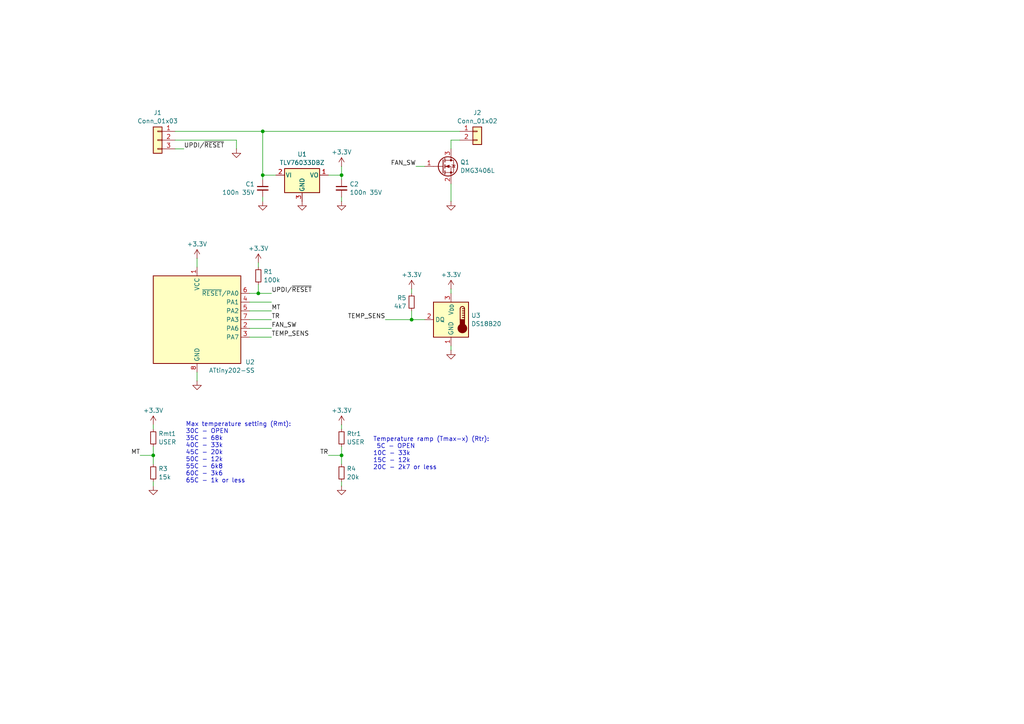
<source format=kicad_sch>
(kicad_sch (version 20231120) (generator "eeschema") (generator_version "8.0")
  (paper "A4")
  (lib_symbols
    (symbol "Connector_Generic:Conn_01x02" (pin_names (offset 1.016) hide)
      (property "Reference" "J" (at 0 2.54 0))
      (property "Value" "Conn_01x02" (at 0 -5.08 0))
      (symbol "Conn_01x02_1_1"
        (rectangle (start -1.27 -2.413) (end 0 -2.667) (stroke (width 0.1524)))
        (rectangle (start -1.27 0.127) (end 0 -0.127) (stroke (width 0.1524)))
        (rectangle (start -1.27 1.27) (end 1.27 -3.81) (stroke (width 0.254)) (fill (type background)))
        (pin passive line (at -5.08 0 0) (length 3.81) (name "Pin_1") (number "1"))
        (pin passive line (at -5.08 -2.54 0) (length 3.81) (name "Pin_2") (number "2"))
      )
    )
    (symbol "Connector_Generic:Conn_01x03" (pin_names (offset 1.016) hide)
      (property "Reference" "J" (at 0 5.08 0))
      (property "Value" "Conn_01x03" (at 0 -5.08 0))
      (symbol "Conn_01x03_1_1"
        (rectangle (start -1.27 -2.413) (end 0 -2.667) (stroke (width 0.1524)))
        (rectangle (start -1.27 0.127) (end 0 -0.127) (stroke (width 0.1524)))
        (rectangle (start -1.27 2.667) (end 0 2.413) (stroke (width 0.1524)))
        (rectangle (start -1.27 3.81) (end 1.27 -3.81) (stroke (width 0.254)) (fill (type background)))
        (pin passive line (at -5.08 2.54 0) (length 3.81) (name "Pin_1") (number "1"))
        (pin passive line (at -5.08 0 0) (length 3.81) (name "Pin_2") (number "2"))
        (pin passive line (at -5.08 -2.54 0) (length 3.81) (name "Pin_3") (number "3"))
      )
    )
    (symbol "Device:C_Small" (pin_numbers hide) (pin_names (offset 0.254) hide)
      (property "Reference" "C" (at 0.254 1.778 0))
      (property "Value" "C_Small" (at 0.254 -2.032 0))
      (symbol "C_Small_0_1"
        (polyline (pts (xy -1.524 -0.508) (xy 1.524 -0.508)) (stroke (width 0.3302)))
        (polyline (pts (xy -1.524 0.508) (xy 1.524 0.508)) (stroke (width 0.3048)))
      )
      (symbol "C_Small_1_1"
        (pin passive line (at 0 2.54 270) (length 2.032) (name "~") (number "1"))
        (pin passive line (at 0 -2.54 90) (length 2.032) (name "~") (number "2"))
      )
    )
    (symbol "Device:R_Small" (pin_numbers hide) (pin_names (offset 0.254) hide)
      (property "Reference" "R" (at 0.762 0.508 0))
      (property "Value" "R_Small" (at 0.762 -1.016 0))
      (symbol "R_Small_0_1"
        (rectangle (start -0.762 1.778) (end 0.762 -1.778) (stroke (width 0.2032)))
      )
      (symbol "R_Small_1_1"
        (pin passive line (at 0 2.54 270) (length 0.762) (name "~") (number "1"))
        (pin passive line (at 0 -2.54 90) (length 0.762) (name "~") (number "2"))
      )
    )
    (symbol "MCU_Microchip_ATtiny:ATtiny202-SS"
      (property "Reference" "U" (at -12.7 13.97 0))
      (property "Value" "ATtiny202-SS" (at 2.54 -13.97 0))
      (symbol "ATtiny202-SS_0_1"
        (rectangle (start -12.7 -12.7) (end 12.7 12.7) (stroke (width 0.254)) (fill (type background)))
      )
      (symbol "ATtiny202-SS_1_1"
        (pin power_in line (at 0 15.24 270) (length 2.54) (name "VCC") (number "1"))
        (pin bidirectional line (at 15.24 -2.54 180) (length 2.54) (name "PA6") (number "2"))
        (pin bidirectional line (at 15.24 -5.08 180) (length 2.54) (name "PA7") (number "3"))
        (pin bidirectional line (at 15.24 5.08 180) (length 2.54) (name "PA1") (number "4"))
        (pin bidirectional line (at 15.24 2.54 180) (length 2.54) (name "PA2") (number "5"))
        (pin bidirectional line (at 15.24 7.62 180) (length 2.54) (name "~{RESET}/PA0") (number "6"))
        (pin bidirectional line (at 15.24 0 180) (length 2.54) (name "PA3") (number "7"))
        (pin power_in line (at 0 -15.24 90) (length 2.54) (name "GND") (number "8"))
      )
    )
    (symbol "Regulator_Linear:AP2127N-1.2" (pin_names (offset 0.254))
      (property "Reference" "U104" (at 0 6.0495 0))
      (property "Value" "TLV76033DBZ" (at 0 3.6252 0))
      (symbol "AP2127N-1.2_0_1"
        (rectangle (start -5.08 1.905) (end 5.08 -5.08) (stroke (width 0.254)) (fill (type background)))
      )
      (symbol "AP2127N-1.2_1_1"
        (pin power_out line (at 7.62 0 180) (length 2.54) (name "VO") (number "1"))
        (pin power_in line (at -7.62 0 0) (length 2.54) (name "VI") (number "2"))
        (pin power_in line (at 0 -7.62 90) (length 2.54) (name "GND") (number "3"))
      )
    )
    (symbol "Sensor_Temperature:DS18B20"
      (property "Reference" "U" (at -3.81 6.35 0))
      (property "Value" "DS18B20" (at 6.35 6.35 0))
      (symbol "DS18B20_0_1"
        (rectangle (start -5.08 5.08) (end 5.08 -5.08) (stroke (width 0.254)) (fill (type background)))
        (circle (center -3.302 -2.54) (radius 1.27) (stroke (width 0.254)) (fill (type outline)))
        (rectangle (start -2.667 -1.905) (end -3.937 0) (stroke (width 0.254)) (fill (type outline)))
        (arc (start -2.667 3.175) (mid -3.302 3.8073) (end -3.937 3.175) (stroke (width 0.254)))
        (polyline (pts (xy -3.937 0.635) (xy -3.302 0.635)) (stroke (width 0.254)))
        (polyline (pts (xy -3.937 1.27) (xy -3.302 1.27)) (stroke (width 0.254)))
        (polyline (pts (xy -3.937 1.905) (xy -3.302 1.905)) (stroke (width 0.254)))
        (polyline (pts (xy -3.937 2.54) (xy -3.302 2.54)) (stroke (width 0.254)))
        (polyline (pts (xy -3.937 3.175) (xy -3.937 0)) (stroke (width 0.254)))
        (polyline (pts (xy -3.937 3.175) (xy -3.302 3.175)) (stroke (width 0.254)))
        (polyline (pts (xy -2.667 3.175) (xy -2.667 0)) (stroke (width 0.254)))
      )
      (symbol "DS18B20_1_1"
        (pin power_in line (at 0 -7.62 90) (length 2.54) (name "GND") (number "1"))
        (pin bidirectional line (at 7.62 0 180) (length 2.54) (name "DQ") (number "2"))
        (pin power_in line (at 0 7.62 270) (length 2.54) (name "V_{DD}") (number "3"))
      )
    )
    (symbol "Transistor_FET:DMG3406L" (pin_names hide)
      (property "Reference" "Q" (at 5.08 1.905 0))
      (property "Value" "DMG3406L" (at 5.08 0 0))
      (symbol "DMG3406L_0_1"
        (polyline (pts (xy 0.254 0) (xy -2.54 0)))
        (polyline (pts (xy 0.254 1.905) (xy 0.254 -1.905)) (stroke (width 0.254)))
        (polyline (pts (xy 0.762 -1.27) (xy 0.762 -2.286)) (stroke (width 0.254)))
        (polyline (pts (xy 0.762 0.508) (xy 0.762 -0.508)) (stroke (width 0.254)))
        (polyline (pts (xy 0.762 2.286) (xy 0.762 1.27)) (stroke (width 0.254)))
        (polyline (pts (xy 2.54 2.54) (xy 2.54 1.778)))
        (polyline (pts (xy 2.54 -2.54) (xy 2.54 0) (xy 0.762 0)))
        (polyline (pts (xy 0.762 -1.778) (xy 3.302 -1.778) (xy 3.302 1.778) (xy 0.762 1.778)))
        (polyline (pts (xy 1.016 0) (xy 2.032 0.381) (xy 2.032 -0.381) (xy 1.016 0)) (fill (type outline)))
        (polyline (pts (xy 2.794 0.508) (xy 2.921 0.381) (xy 3.683 0.381) (xy 3.81 0.254)))
        (polyline (pts (xy 3.302 0.381) (xy 2.921 -0.254) (xy 3.683 -0.254) (xy 3.302 0.381)))
        (circle (center 1.651 0) (radius 2.794) (stroke (width 0.254)))
        (circle (center 2.54 -1.778) (radius 0.254) (fill (type outline)))
        (circle (center 2.54 1.778) (radius 0.254) (fill (type outline)))
      )
      (symbol "DMG3406L_1_1"
        (pin input line (at -5.08 0 0) (length 2.54) (name "G") (number "1"))
        (pin passive line (at 2.54 -5.08 90) (length 2.54) (name "S") (number "2"))
        (pin passive line (at 2.54 5.08 270) (length 2.54) (name "D") (number "3"))
      )
    )
    (symbol "power:+3.3V" (power) (pin_numbers hide) (pin_names (offset 0) hide)
      (property "Value" "+3.3V" (at 0 3.556 0))
      (symbol "+3.3V_0_1"
        (polyline (pts (xy -0.762 1.27) (xy 0 2.54)))
        (polyline (pts (xy 0 0) (xy 0 2.54)))
        (polyline (pts (xy 0 2.54) (xy 0.762 1.27)))
      )
      (symbol "+3.3V_1_1"
        (pin power_in line (at 0 0 90) (length 0) (name "~") (number "1"))
      )
    )
    (symbol "power:GND" (power) (pin_numbers hide) (pin_names (offset 0) hide)
      (property "Value" "GND" (at 0 -3.81 0))
      (symbol "GND_0_1"
        (polyline (pts (xy 0 0) (xy 0 -1.27) (xy 1.27 -1.27) (xy 0 -2.54) (xy -1.27 -1.27) (xy 0 -1.27)))
      )
      (symbol "GND_1_1"
        (pin power_in line (at 0 0 270) (length 0) (name "~") (number "1"))
      )
    )
  )
  (junction (at 74.93 85.09))
  (junction (at 76.2 50.8))
  (junction (at 99.06 132.08))
  (junction (at 76.2 38.1))
  (junction (at 44.45 132.08))
  (junction (at 99.06 50.8))
  (junction (at 119.38 92.71))
  (wire (pts (xy 133.35 40.64) (xy 130.81 40.64)))
  (wire (pts (xy 99.06 57.15) (xy 99.06 58.42)))
  (wire (pts (xy 50.8 40.64) (xy 68.58 40.64)))
  (wire (pts (xy 99.06 132.08) (xy 99.06 134.62)))
  (wire (pts (xy 99.06 52.07) (xy 99.06 50.8)))
  (wire (pts (xy 72.39 95.25) (xy 78.74 95.25)))
  (wire (pts (xy 95.25 50.8) (xy 99.06 50.8)))
  (wire (pts (xy 50.8 43.18) (xy 53.34 43.18)))
  (wire (pts (xy 99.06 123.19) (xy 99.06 124.46)))
  (wire (pts (xy 76.2 57.15) (xy 76.2 58.42)))
  (wire (pts (xy 76.2 38.1) (xy 133.35 38.1)))
  (wire (pts (xy 80.01 50.8) (xy 76.2 50.8)))
  (wire (pts (xy 130.81 40.64) (xy 130.81 43.18)))
  (wire (pts (xy 57.15 107.95) (xy 57.15 110.49)))
  (wire (pts (xy 44.45 129.54) (xy 44.45 132.08)))
  (wire (pts (xy 99.06 48.26) (xy 99.06 50.8)))
  (wire (pts (xy 72.39 97.79) (xy 78.74 97.79)))
  (wire (pts (xy 72.39 90.17) (xy 78.74 90.17)))
  (wire (pts (xy 44.45 132.08) (xy 44.45 134.62)))
  (wire (pts (xy 130.81 53.34) (xy 130.81 58.42)))
  (wire (pts (xy 72.39 92.71) (xy 78.74 92.71)))
  (wire (pts (xy 68.58 40.64) (xy 68.58 43.18)))
  (wire (pts (xy 76.2 38.1) (xy 76.2 50.8)))
  (wire (pts (xy 130.81 83.82) (xy 130.81 85.09)))
  (wire (pts (xy 72.39 85.09) (xy 74.93 85.09)))
  (wire (pts (xy 40.64 132.08) (xy 44.45 132.08)))
  (wire (pts (xy 57.15 74.93) (xy 57.15 77.47)))
  (wire (pts (xy 111.76 92.71) (xy 119.38 92.71)))
  (wire (pts (xy 74.93 77.47) (xy 74.93 76.2)))
  (wire (pts (xy 130.81 100.33) (xy 130.81 101.6)))
  (wire (pts (xy 50.8 38.1) (xy 76.2 38.1)))
  (wire (pts (xy 74.93 85.09) (xy 78.74 85.09)))
  (wire (pts (xy 120.65 48.26) (xy 123.19 48.26)))
  (wire (pts (xy 72.39 87.63) (xy 78.74 87.63)))
  (wire (pts (xy 76.2 52.07) (xy 76.2 50.8)))
  (wire (pts (xy 123.19 92.71) (xy 119.38 92.71)))
  (wire (pts (xy 74.93 85.09) (xy 74.93 82.55)))
  (wire (pts (xy 95.25 132.08) (xy 99.06 132.08)))
  (wire (pts (xy 99.06 129.54) (xy 99.06 132.08)))
  (wire (pts (xy 44.45 139.7) (xy 44.45 140.97)))
  (wire (pts (xy 119.38 85.09) (xy 119.38 83.82)))
  (wire (pts (xy 99.06 139.7) (xy 99.06 140.97)))
  (wire (pts (xy 119.38 92.71) (xy 119.38 90.17)))
  (wire (pts (xy 44.45 123.19) (xy 44.45 124.46)))
  (text "Temperature ramp (Tmax-x) (Rtr):\n 5C - OPEN\n10C - 33k\n15C - 12k\n20C - 2k7 or less" (at 108.204 131.572 0) (effects (font (size 1.27 1.27)) (justify left)))
  (text "Max temperature setting (Rmt):\n30C - OPEN\n35C - 68k\n40C - 33k\n45C - 20k\n50C - 12k\n55C - 6k8\n60C - 3k6\n65C - 1k or less" (at 53.848 131.318 0) (effects (font (size 1.27 1.27)) (justify left)))
  (label "UPDI{slash}~{RESET}" (at 53.34 43.18 0))
  (label "TEMP_SENS" (at 111.76 92.71 180))
  (label "UPDI{slash}~{RESET}" (at 78.74 85.09 0))
  (label "FAN_SW" (at 120.65 48.26 180))
  (label "FAN_SW" (at 78.74 95.25 0))
  (label "MT" (at 78.74 90.17 0))
  (label "MT" (at 40.64 132.08 180))
  (label "TEMP_SENS" (at 78.74 97.79 0))
  (label "TR" (at 95.25 132.08 180))
  (label "TR" (at 78.74 92.71 0))
  (symbol (lib_id "power:GND") (at 99.06 58.42 0) (unit 1)
    (property "Reference" "#PWR05" (effects (hide yes)))
    (property "Value" "GND" (effects (hide yes)))
    (property "Description" "Power symbol creates a global label with name \"GND\" , ground" (effects (hide yes)))
  )
  (symbol (lib_id "power:GND") (at 130.81 58.42 0) (unit 1)
    (property "Reference" "#PWR010" (effects (hide yes)))
    (property "Value" "GND" (effects (hide yes)))
    (property "Description" "Power symbol creates a global label with name \"GND\" , ground" (effects (hide yes)))
  )
  (symbol (lib_id "power:GND") (at 130.81 101.6 0) (mirror y) (unit 1)
    (property "Reference" "#PWR017" (effects (hide yes)))
    (property "Value" "GND" (effects (hide yes)))
    (property "Description" "Power symbol creates a global label with name \"GND\" , ground" (effects (hide yes)))
  )
  (symbol (lib_id "power:+3.3V") (at 99.06 123.19 0) (mirror y) (unit 1)
    (property "Reference" "#PWR013" (effects (hide yes)))
    (property "Value" "+3.3V" (at 99.06 119.0569 0))
    (property "Description" "Power symbol creates a global label with name \"+3.3V\"" (effects (hide yes)))
  )
  (symbol (lib_id "power:+3.3V") (at 119.38 83.82 0) (mirror y) (unit 1)
    (property "Reference" "#PWR015" (effects (hide yes)))
    (property "Value" "+3.3V" (at 119.38 79.6869 0))
    (property "Description" "Power symbol creates a global label with name \"+3.3V\"" (effects (hide yes)))
  )
  (symbol (lib_id "power:GND") (at 99.06 140.97 0) (mirror y) (unit 1)
    (property "Reference" "#PWR014" (effects (hide yes)))
    (property "Value" "GND" (effects (hide yes)))
    (property "Description" "Power symbol creates a global label with name \"GND\" , ground" (effects (hide yes)))
  )
  (symbol (lib_id "power:GND") (at 76.2 58.42 0) (mirror y) (unit 1)
    (property "Reference" "#PWR02" (effects (hide yes)))
    (property "Value" "GND" (effects (hide yes)))
    (property "Description" "Power symbol creates a global label with name \"GND\" , ground" (effects (hide yes)))
  )
  (symbol (lib_id "Device:R_Small") (at 44.45 137.16 180) (unit 1)
    (property "Reference" "R3" (at 45.9486 135.9478 0) (effects (justify right)))
    (property "Value" "15k" (at 45.9486 138.3721 0) (effects (justify right)))
    (property "Footprint" "Resistor_SMD:R_0603_1608Metric" (effects (hide yes)))
    (property "Description" "Resistor, small symbol" (effects (hide yes)))
    (property "LCSC" "C22809" (effects (hide yes)))
  )
  (symbol (lib_id "Connector_Generic:Conn_01x02") (at 138.43 38.1 0) (unit 1)
    (property "Reference" "J2" (at 138.43 32.6855 0))
    (property "Value" "Conn_01x02" (at 138.43 35.1098 0))
    (property "Footprint" "Connector_PinHeader_2.54mm:PinHeader_1x02_P2.54mm_Vertical" (effects (hide yes)))
    (property "Description" "Generic connector, single row, 01x02, script generated (kicad-library-utils/schlib/autogen/connector/)" (effects (hide yes)))
  )
  (symbol (lib_id "Device:R_Small") (at 99.06 127 180) (unit 1)
    (property "Reference" "Rtr1" (at 100.5586 125.7878 0) (effects (justify right)))
    (property "Value" "USER" (at 100.5586 128.2121 0) (effects (justify right)))
    (property "Footprint" "Resistor_SMD:R_0603_1608Metric" (effects (hide yes)))
    (property "Description" "Resistor, small symbol" (effects (hide yes)))
    (property "LCSC" "C22790" (effects (hide yes)))
  )
  (symbol (lib_id "Device:R_Small") (at 74.93 80.01 180) (unit 1)
    (property "Reference" "R1" (at 76.4286 78.7978 0) (effects (justify right)))
    (property "Value" "100k" (at 76.4286 81.2221 0) (effects (justify right)))
    (property "Footprint" "Resistor_SMD:R_0603_1608Metric" (effects (hide yes)))
    (property "Description" "Resistor, small symbol" (effects (hide yes)))
    (property "LCSC" "C25803" (effects (hide yes)))
  )
  (symbol (lib_id "MCU_Microchip_ATtiny:ATtiny202-SS") (at 57.15 92.71 0) (unit 1)
    (property "Reference" "U2" (at 73.914 105.0177 0) (effects (justify right)))
    (property "Value" "ATtiny202-SS" (at 73.914 107.442 0) (effects (justify right)))
    (property "Footprint" "Package_SO:SOIC-8_3.9x4.9mm_P1.27mm" (effects (hide yes)))
    (property "Datasheet" "http://ww1.microchip.com/downloads/en/DeviceDoc/ATtiny202-402-AVR-MCU-with-Core-Independent-Peripherals_and-picoPower-40001969A.pdf" (effects (hide yes)))
    (property "Description" "20MHz, 2kB Flash, 128B SRAM, 64B EEPROM, SOIC-8" (effects (hide yes)))
    (property "LCSC" "C2052951" (effects (hide yes)))
  )
  (symbol (lib_id "power:+3.3V") (at 74.93 76.2 0) (unit 1)
    (property "Reference" "#PWR08" (effects (hide yes)))
    (property "Value" "+3.3V" (at 74.93 72.0669 0))
    (property "Description" "Power symbol creates a global label with name \"+3.3V\"" (effects (hide yes)))
  )
  (symbol (lib_id "power:+3.3V") (at 130.81 83.82 0) (mirror y) (unit 1)
    (property "Reference" "#PWR016" (effects (hide yes)))
    (property "Value" "+3.3V" (at 130.81 79.6869 0))
    (property "Description" "Power symbol creates a global label with name \"+3.3V\"" (effects (hide yes)))
  )
  (symbol (lib_id "Device:C_Small") (at 99.06 54.61 0) (unit 1)
    (property "Reference" "C2" (at 101.3841 53.4041 0) (effects (justify left)))
    (property "Value" "100n 35V" (at 101.3841 55.8284 0) (effects (justify left)))
    (property "Footprint" "Resistor_SMD:R_0603_1608Metric" (effects (hide yes)))
    (property "Description" "Unpolarized capacitor, small symbol" (effects (hide yes)))
    (property "LCSC" "C14663" (effects (hide yes)))
  )
  (symbol (lib_id "Device:R_Small") (at 44.45 127 180) (unit 1)
    (property "Reference" "Rmt1" (at 45.9486 125.7878 0) (effects (justify right)))
    (property "Value" "USER" (at 45.9486 128.2121 0) (effects (justify right)))
    (property "Footprint" "Resistor_SMD:R_0603_1608Metric" (effects (hide yes)))
    (property "Description" "Resistor, small symbol" (effects (hide yes)))
    (property "LCSC" "C4184" (effects (hide yes)))
  )
  (symbol (lib_id "power:+3.3V") (at 99.06 48.26 0) (unit 1)
    (property "Reference" "#PWR04" (effects (hide yes)))
    (property "Value" "+3.3V" (at 99.06 44.1269 0))
    (property "Description" "Power symbol creates a global label with name \"+3.3V\"" (effects (hide yes)))
  )
  (symbol (lib_id "Device:R_Small") (at 119.38 87.63 0) (mirror x) (unit 1)
    (property "Reference" "R5" (at 117.8814 86.4178 0) (effects (justify right)))
    (property "Value" "4k7" (at 117.8814 88.8421 0) (effects (justify right)))
    (property "Footprint" "Resistor_SMD:R_0603_1608Metric" (effects (hide yes)))
    (property "Description" "Resistor, small symbol" (effects (hide yes)))
    (property "LCSC" "C23162" (effects (hide yes)))
  )
  (symbol (lib_id "Device:C_Small") (at 76.2 54.61 0) (mirror y) (unit 1)
    (property "Reference" "C1" (at 73.8759 53.4041 0) (effects (justify left)))
    (property "Value" "100n 35V" (at 73.8759 55.8284 0) (effects (justify left)))
    (property "Footprint" "Resistor_SMD:R_0603_1608Metric" (effects (hide yes)))
    (property "Description" "Unpolarized capacitor, small symbol" (effects (hide yes)))
    (property "LCSC" "C14663" (effects (hide yes)))
  )
  (symbol (lib_id "power:+3.3V") (at 57.15 74.93 0) (unit 1)
    (property "Reference" "#PWR06" (effects (hide yes)))
    (property "Value" "+3.3V" (at 57.15 70.7969 0))
    (property "Description" "Power symbol creates a global label with name \"+3.3V\"" (effects (hide yes)))
  )
  (symbol (lib_id "power:+3.3V") (at 44.45 123.19 0) (mirror y) (unit 1)
    (property "Reference" "#PWR011" (effects (hide yes)))
    (property "Value" "+3.3V" (at 44.45 119.0569 0))
    (property "Description" "Power symbol creates a global label with name \"+3.3V\"" (effects (hide yes)))
  )
  (symbol (lib_id "power:GND") (at 44.45 140.97 0) (mirror y) (unit 1)
    (property "Reference" "#PWR012" (effects (hide yes)))
    (property "Value" "GND" (effects (hide yes)))
    (property "Description" "Power symbol creates a global label with name \"GND\" , ground" (effects (hide yes)))
  )
  (symbol (lib_id "Transistor_FET:DMG3406L") (at 128.27 48.26 0) (unit 1)
    (property "Reference" "Q1" (at 133.477 47.0478 0) (effects (justify left)))
    (property "Value" "DMG3406L" (at 133.477 49.4721 0) (effects (justify left)))
    (property "Footprint" "Package_TO_SOT_SMD:SOT-23" (effects (hide yes)))
    (property "Datasheet" "http://www.diodes.com/assets/Datasheets/DMG3406L.pdf" (effects (hide yes)))
    (property "Description" "3.6A Id, 30V Vds, N-Channel MOSFET, SOT-23" (effects (hide yes)))
    (property "LCSC" "C460978" (effects (hide yes)))
  )
  (symbol (lib_id "power:GND") (at 87.63 58.42 0) (mirror y) (unit 1)
    (property "Reference" "#PWR03" (effects (hide yes)))
    (property "Value" "GND" (effects (hide yes)))
    (property "Description" "Power symbol creates a global label with name \"GND\" , ground" (effects (hide yes)))
  )
  (symbol (lib_id "Device:R_Small") (at 99.06 137.16 180) (unit 1)
    (property "Reference" "R4" (at 100.5586 135.9478 0) (effects (justify right)))
    (property "Value" "20k" (at 100.5586 138.3721 0) (effects (justify right)))
    (property "Footprint" "Resistor_SMD:R_0603_1608Metric" (effects (hide yes)))
    (property "Description" "Resistor, small symbol" (effects (hide yes)))
    (property "LCSC" "C4184" (effects (hide yes)))
  )
  (symbol (lib_id "power:GND") (at 68.58 43.18 0) (mirror y) (unit 1)
    (property "Reference" "#PWR01" (effects (hide yes)))
    (property "Value" "GND" (effects (hide yes)))
    (property "Description" "Power symbol creates a global label with name \"GND\" , ground" (effects (hide yes)))
  )
  (symbol (lib_id "power:GND") (at 57.15 110.49 0) (unit 1)
    (property "Reference" "#PWR07" (effects (hide yes)))
    (property "Value" "GND" (effects (hide yes)))
    (property "Description" "Power symbol creates a global label with name \"GND\" , ground" (effects (hide yes)))
  )
  (symbol (lib_id "Connector_Generic:Conn_01x03") (at 45.72 40.64 0) (mirror y) (unit 1)
    (property "Reference" "J1" (at 45.72 32.6855 0))
    (property "Value" "Conn_01x03" (at 45.72 35.1098 0))
    (property "Footprint" "Connector_PinHeader_2.54mm:PinHeader_1x03_P2.54mm_Vertical" (effects (hide yes)))
    (property "Description" "Generic connector, single row, 01x03, script generated (kicad-library-utils/schlib/autogen/connector/)" (effects (hide yes)))
  )
  (symbol (lib_id "Sensor_Temperature:DS18B20") (at 130.81 92.71 0) (mirror y) (unit 1)
    (property "Reference" "U3" (at 136.6519 91.4978 0) (effects (justify right)))
    (property "Value" "DS18B20" (at 136.6519 93.9221 0) (effects (justify right)))
    (property "Footprint" "Package_TO_SOT_THT:TO-92_Inline" (effects (hide yes)))
    (property "Datasheet" "http://datasheets.maximintegrated.com/en/ds/DS18B20.pdf" (effects (hide yes)))
    (property "Description" "Programmable Resolution 1-Wire Digital Thermometer TO-92" (effects (hide yes)))
  )
  (symbol (lib_id "Regulator_Linear:AP2127N-1.2") (at 87.63 50.8 0) (unit 1)
    (property "Reference" "U1" (at 87.63 44.7505 0))
    (property "Value" "TLV76033DBZ" (at 87.63 47.1748 0))
    (property "Footprint" "Package_TO_SOT_SMD:SOT-23" (effects (hide yes)))
    (property "Datasheet" "https://www.ti.com/lit/ds/symlink/tlv760.pdf" (effects (hide yes)))
    (property "Description" "3.3V LDO" (effects (hide yes)))
    (property "Alt" "ZMR330" (effects (hide yes)))
    (property "LCSC" "C2683368" (effects (hide yes)))
  )
)
</source>
